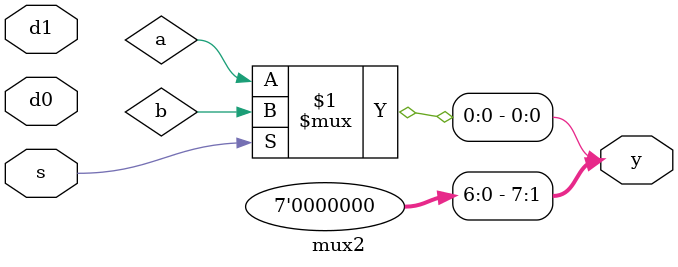
<source format=sv>
module mux2 #(parameter WIDTH = 8) (
  input  logic [WIDTH-1:0] d0, d1,
  input  logic             s,
  output logic [WIDTH-1:0] y
);
  assign y = (s) ? b : a;

endmodule

</source>
